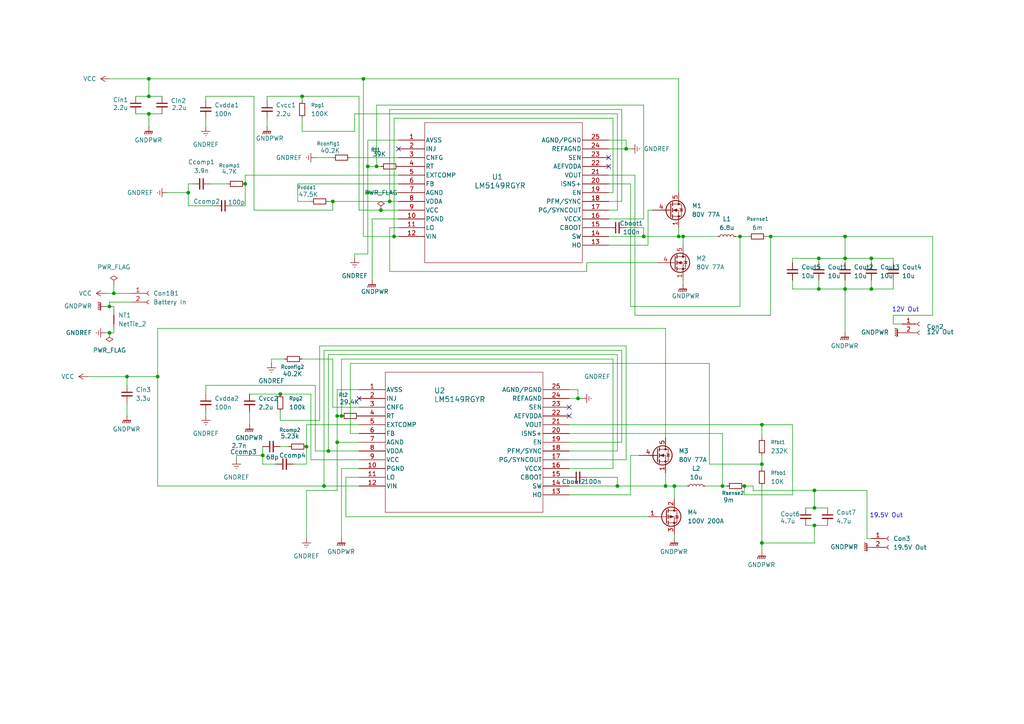
<source format=kicad_sch>
(kicad_sch (version 20250114) (generator "eeschema") (generator_version "9.0")
  (paper "A4")
  (lib_symbols
    (symbol "Connector:Conn_01x02_Socket" (pin_names (offset 1.016) (hide yes))
      (property "Reference" "J" (at 0 2.54 0))
      (property "Value" "Conn_01x02_Socket" (at 0 -5.08 0))
      (symbol "Conn_01x02_Socket_1_1"
        (polyline (pts (xy -1.27 0) (xy -0.508 0)) (stroke (width 0.1524)))
        (polyline (pts (xy -1.27 -2.54) (xy -0.508 -2.54)) (stroke (width 0.1524)))
        (arc (start 0 -0.508) (mid -0.5058 0) (end 0 0.508) (stroke (width 0.1524)))
        (arc (start 0 -3.048) (mid -0.5058 -2.54) (end 0 -2.032) (stroke (width 0.1524)))
        (pin passive line (at -5.08 0 0) (length 3.81) (name "Pin_1") (number "1"))
        (pin passive line (at -5.08 -2.54 0) (length 3.81) (name "Pin_2") (number "2"))
      )
    )
    (symbol "Device:C_Small" (pin_numbers (hide yes)) (pin_names (offset 0.254) (hide yes))
      (property "Reference" "C" (at 0.254 1.778 0))
      (property "Value" "C_Small" (at 0.254 -2.032 0))
      (symbol "C_Small_0_1"
        (polyline (pts (xy -1.524 0.508) (xy 1.524 0.508)) (stroke (width 0.3048)))
        (polyline (pts (xy -1.524 -0.508) (xy 1.524 -0.508)) (stroke (width 0.3302)))
      )
      (symbol "C_Small_1_1"
        (pin passive line (at 0 2.54 270) (length 2.032) (name "~") (number "1"))
        (pin passive line (at 0 -2.54 90) (length 2.032) (name "~") (number "2"))
      )
    )
    (symbol "Device:L_Small" (pin_numbers (hide yes)) (pin_names (offset 0.254) (hide yes))
      (property "Reference" "L" (at 0.762 1.016 0))
      (property "Value" "L_Small" (at 0.762 -1.016 0))
      (symbol "L_Small_0_1"
        (arc (start 0 2.032) (mid 0.5058 1.524) (end 0 1.016))
        (arc (start 0 1.016) (mid 0.5058 0.508) (end 0 0))
        (arc (start 0 0) (mid 0.5058 -0.508) (end 0 -1.016))
        (arc (start 0 -1.016) (mid 0.5058 -1.524) (end 0 -2.032))
      )
      (symbol "L_Small_1_1"
        (pin passive line (at 0 2.54 270) (length 0.508) (name "~") (number "1"))
        (pin passive line (at 0 -2.54 90) (length 0.508) (name "~") (number "2"))
      )
    )
    (symbol "Device:NetTie_2" (pin_numbers (hide yes)) (pin_names (offset 0) (hide yes)) (in_bom no)
      (property "Reference" "NT" (at 0 1.27 0))
      (property "Value" "NetTie_2" (at 0 -1.27 0))
      (symbol "NetTie_2_0_1"
        (polyline (pts (xy -1.27 0) (xy 1.27 0)) (stroke (width 0.254)))
      )
      (symbol "NetTie_2_1_1"
        (pin passive line (at -2.54 0 0) (length 2.54) (name "1") (number "1"))
        (pin passive line (at 2.54 0 180) (length 2.54) (name "2") (number "2"))
      )
    )
    (symbol "Device:R_Small" (pin_numbers (hide yes)) (pin_names (offset 0.254) (hide yes))
      (property "Reference" "R" (at 0 0 90))
      (property "Value" "R_Small" (at 1.778 0 90))
      (symbol "R_Small_0_1"
        (rectangle (start -0.762 1.778) (end 0.762 -1.778) (stroke (width 0.2032)))
      )
      (symbol "R_Small_1_1"
        (pin passive line (at 0 2.54 270) (length 0.762) (name "~") (number "1"))
        (pin passive line (at 0 -2.54 90) (length 0.762) (name "~") (number "2"))
      )
    )
    (symbol "LM5149:LM5149RGYR" (pin_names (offset 0.254))
      (property "Reference" "U2" (at 23.368 -0.254 0))
      (property "Value" "LM5149RGYR" (at 29.21 -2.794 0))
      (symbol "LM5149RGYR_0_1"
        (polyline (pts (xy 7.62 5.08) (xy 7.62 -35.56)) (stroke (width 0.127)))
        (polyline (pts (xy 7.62 -35.56) (xy 53.34 -35.56)) (stroke (width 0.127)))
        (polyline (pts (xy 53.34 5.08) (xy 7.62 5.08)) (stroke (width 0.127)))
        (polyline (pts (xy 53.34 -35.56) (xy 53.34 5.08)) (stroke (width 0.127)))
        (pin power_in line (at 0 0 0) (length 7.62) (name "AVSS") (number "1"))
        (pin output line (at 0 -2.54 0) (length 7.62) (name "INJ") (number "2"))
        (pin unspecified line (at 0 -5.08 0) (length 7.62) (name "CNFG") (number "3"))
        (pin input line (at 0 -7.62 0) (length 7.62) (name "RT") (number "4"))
        (pin output line (at 0 -10.16 0) (length 7.62) (name "EXTCOMP") (number "5"))
        (pin input line (at 0 -12.7 0) (length 7.62) (name "FB") (number "6"))
        (pin power_in line (at 0 -15.24 0) (length 7.62) (name "AGND") (number "7"))
        (pin output line (at 0 -17.78 0) (length 7.62) (name "VDDA") (number "8"))
        (pin power_out line (at 0 -20.32 0) (length 7.62) (name "VCC") (number "9"))
        (pin power_out line (at 0 -22.86 0) (length 7.62) (name "PGND") (number "10"))
        (pin output line (at 0 -25.4 0) (length 7.62) (name "LO") (number "11"))
        (pin power_in line (at 0 -27.94 0) (length 7.62) (name "VIN") (number "12"))
        (pin power_in line (at 60.96 0 180) (length 7.62) (name "AGND/PGND") (number "25"))
        (pin power_in line (at 60.96 -2.54 180) (length 7.62) (name "REFAGND") (number "24"))
        (pin input line (at 60.96 -5.08 180) (length 7.62) (name "SEN") (number "23"))
        (pin power_in line (at 60.96 -7.62 180) (length 7.62) (name "AEFVDDA") (number "22"))
        (pin input line (at 60.96 -10.16 180) (length 7.62) (name "VOUT") (number "21"))
        (pin input line (at 60.96 -12.7 180) (length 7.62) (name "ISNS+") (number "20"))
        (pin input line (at 60.96 -15.24 180) (length 7.62) (name "EN") (number "19"))
        (pin input line (at 60.96 -17.78 180) (length 7.62) (name "PFM/SYNC") (number "18"))
        (pin open_collector line (at 60.96 -20.32 180) (length 7.62) (name "PG/SYNCOUT") (number "17"))
        (pin power_in line (at 60.96 -22.86 180) (length 7.62) (name "VCCX") (number "16"))
        (pin passive line (at 60.96 -25.4 180) (length 7.62) (name "CBOOT") (number "15"))
        (pin power_out line (at 60.96 -27.94 180) (length 7.62) (name "SW") (number "14"))
        (pin output line (at 60.96 -30.48 180) (length 7.62) (name "HO") (number "13"))
      )
    )
    (symbol "LM5149RGYR_1" (pin_names (offset 0.254))
      (property "Reference" "U1" (at 28.702 -10.668 0))
      (property "Value" "LM5149RGYR" (at 29.464 -13.208 0))
      (symbol "LM5149RGYR_1_0_1"
        (polyline (pts (xy 7.62 5.08) (xy 7.62 -35.56)) (stroke (width 0.127)))
        (polyline (pts (xy 7.62 -35.56) (xy 53.34 -35.56)) (stroke (width 0.127)))
        (polyline (pts (xy 53.34 5.08) (xy 7.62 5.08)) (stroke (width 0.127)))
        (polyline (pts (xy 53.34 -35.56) (xy 53.34 5.08)) (stroke (width 0.127)))
        (pin power_in line (at 0 0 0) (length 7.62) (name "AVSS") (number "1"))
        (pin output line (at 0 -2.54 0) (length 7.62) (name "INJ") (number "2"))
        (pin unspecified line (at 0 -5.08 0) (length 7.62) (name "CNFG") (number "3"))
        (pin input line (at 0 -7.62 0) (length 7.62) (name "RT") (number "4"))
        (pin output line (at 0 -10.16 0) (length 7.62) (name "EXTCOMP") (number "5"))
        (pin input line (at 0 -12.7 0) (length 7.62) (name "FB") (number "6"))
        (pin power_in line (at 0 -15.24 0) (length 7.62) (name "AGND") (number "7"))
        (pin power_out line (at 0 -17.78 0) (length 7.62) (name "VDDA") (number "8"))
        (pin power_in line (at 0 -20.32 0) (length 7.62) (name "VCC") (number "9"))
        (pin power_in line (at 0 -22.86 0) (length 7.62) (name "PGND") (number "10"))
        (pin output line (at 0 -25.4 0) (length 7.62) (name "LO") (number "11"))
        (pin power_in line (at 0 -27.94 0) (length 7.62) (name "VIN") (number "12"))
        (pin power_in line (at 60.96 0 180) (length 7.62) (name "AGND/PGND") (number "25"))
        (pin power_in line (at 60.96 -2.54 180) (length 7.62) (name "REFAGND") (number "24"))
        (pin input line (at 60.96 -5.08 180) (length 7.62) (name "SEN") (number "23"))
        (pin power_in line (at 60.96 -7.62 180) (length 7.62) (name "AEFVDDA") (number "22"))
        (pin input line (at 60.96 -10.16 180) (length 7.62) (name "VOUT") (number "21"))
        (pin input line (at 60.96 -12.7 180) (length 7.62) (name "ISNS+") (number "20"))
        (pin input line (at 60.96 -15.24 180) (length 7.62) (name "EN") (number "19"))
        (pin input line (at 60.96 -17.78 180) (length 7.62) (name "PFM/SYNC") (number "18"))
        (pin open_collector line (at 60.96 -20.32 180) (length 7.62) (name "PG/SYNCOUT") (number "17"))
        (pin power_in line (at 60.96 -22.86 180) (length 7.62) (name "VCCX") (number "16"))
        (pin passive line (at 60.96 -25.4 180) (length 7.62) (name "CBOOT") (number "15"))
        (pin output line (at 60.96 -27.94 180) (length 7.62) (name "SW") (number "14"))
        (pin output line (at 60.96 -30.48 180) (length 7.62) (name "HO") (number "13"))
      )
    )
    (symbol "Transistor_FET:BSC026N08NS5" (pin_names (offset 0) (hide yes))
      (property "Reference" "Q" (at 5.08 1.905 0))
      (property "Value" "BSC026N08NS5" (at 5.08 0 0))
      (symbol "BSC026N08NS5_0_1"
        (polyline (pts (xy 0.254 1.905) (xy 0.254 -1.905)) (stroke (width 0.254)))
        (polyline (pts (xy 0.254 0) (xy -2.54 0)))
        (polyline (pts (xy 0.762 2.286) (xy 0.762 1.27)) (stroke (width 0.254)))
        (polyline (pts (xy 0.762 0.508) (xy 0.762 -0.508)) (stroke (width 0.254)))
        (polyline (pts (xy 0.762 -1.27) (xy 0.762 -2.286)) (stroke (width 0.254)))
        (polyline (pts (xy 0.762 -1.778) (xy 3.302 -1.778) (xy 3.302 1.778) (xy 0.762 1.778)))
        (polyline (pts (xy 1.016 0) (xy 2.032 0.381) (xy 2.032 -0.381) (xy 1.016 0)) (fill (type outline)))
        (circle (center 1.651 0) (radius 2.794) (stroke (width 0.254)))
        (polyline (pts (xy 2.54 2.54) (xy 2.54 1.778)))
        (circle (center 2.54 1.778) (radius 0.254) (fill (type outline)))
        (circle (center 2.54 -1.778) (radius 0.254) (fill (type outline)))
        (polyline (pts (xy 2.54 -2.54) (xy 2.54 0) (xy 0.762 0)))
        (polyline (pts (xy 2.794 0.508) (xy 2.921 0.381) (xy 3.683 0.381) (xy 3.81 0.254)))
        (polyline (pts (xy 3.302 0.381) (xy 2.921 -0.254) (xy 3.683 -0.254) (xy 3.302 0.381)))
      )
      (symbol "BSC026N08NS5_1_1"
        (pin input line (at -5.08 0 0) (length 5.08) (name "G") (number "4"))
        (pin passive line (at 2.54 5.08 270) (length 2.54) (name "D") (number "5"))
        (pin passive line (at 2.54 -5.08 90) (length 2.54) (name "S") (number "1"))
        (pin passive line (at 2.54 -5.08 90) (length 2.54) (hide yes) (name "S") (number "2"))
        (pin passive line (at 2.54 -5.08 90) (length 2.54) (hide yes) (name "S") (number "3"))
      )
    )
    (symbol "Transistor_FET:BSC047N08NS3G" (pin_names (offset 0) (hide yes))
      (property "Reference" "Q" (at 5.08 1.905 0))
      (property "Value" "BSC047N08NS3G" (at 5.08 0 0))
      (symbol "BSC047N08NS3G_0_1"
        (polyline (pts (xy 0.254 1.905) (xy 0.254 -1.905)) (stroke (width 0.254)))
        (polyline (pts (xy 0.254 0) (xy -2.54 0)))
        (polyline (pts (xy 0.762 2.286) (xy 0.762 1.27)) (stroke (width 0.254)))
        (polyline (pts (xy 0.762 0.508) (xy 0.762 -0.508)) (stroke (width 0.254)))
        (polyline (pts (xy 0.762 -1.27) (xy 0.762 -2.286)) (stroke (width 0.254)))
        (polyline (pts (xy 0.762 -1.778) (xy 3.302 -1.778) (xy 3.302 1.778) (xy 0.762 1.778)))
        (polyline (pts (xy 1.016 0) (xy 2.032 0.381) (xy 2.032 -0.381) (xy 1.016 0)) (fill (type outline)))
        (circle (center 1.651 0) (radius 2.794) (stroke (width 0.254)))
        (polyline (pts (xy 2.54 2.54) (xy 2.54 1.778)))
        (circle (center 2.54 1.778) (radius 0.254) (fill (type outline)))
        (circle (center 2.54 -1.778) (radius 0.254) (fill (type outline)))
        (polyline (pts (xy 2.54 -2.54) (xy 2.54 0) (xy 0.762 0)))
        (polyline (pts (xy 2.794 0.508) (xy 2.921 0.381) (xy 3.683 0.381) (xy 3.81 0.254)))
        (polyline (pts (xy 3.302 0.381) (xy 2.921 -0.254) (xy 3.683 -0.254) (xy 3.302 0.381)))
      )
      (symbol "BSC047N08NS3G_1_1"
        (pin input line (at -5.08 0 0) (length 5.08) (name "G") (number "4"))
        (pin passive line (at 2.54 5.08 270) (length 2.54) (name "D") (number "5"))
        (pin passive line (at 2.54 -5.08 90) (length 2.54) (name "S") (number "1"))
        (pin passive line (at 2.54 -5.08 90) (length 2.54) (hide yes) (name "S") (number "2"))
        (pin passive line (at 2.54 -5.08 90) (length 2.54) (hide yes) (name "S") (number "3"))
      )
    )
    (symbol "Transistor_FET:SUD09P10-195" (pin_names (hide yes))
      (property "Reference" "Q" (at 4.953 1.905 0))
      (property "Value" "SUD09P10-195" (at 4.953 0 0))
      (symbol "SUD09P10-195_0_1"
        (polyline (pts (xy 0.254 1.905) (xy 0.254 -1.905)) (stroke (width 0.254)))
        (polyline (pts (xy 0.254 0) (xy -2.54 0)))
        (polyline (pts (xy 0.762 2.286) (xy 0.762 1.27)) (stroke (width 0.254)))
        (polyline (pts (xy 0.762 1.778) (xy 3.302 1.778) (xy 3.302 -1.778) (xy 0.762 -1.778)))
        (polyline (pts (xy 0.762 0.508) (xy 0.762 -0.508)) (stroke (width 0.254)))
        (polyline (pts (xy 0.762 -1.27) (xy 0.762 -2.286)) (stroke (width 0.254)))
        (circle (center 1.651 0) (radius 2.794) (stroke (width 0.254)))
        (polyline (pts (xy 2.286 0) (xy 1.27 0.381) (xy 1.27 -0.381) (xy 2.286 0)) (fill (type outline)))
        (polyline (pts (xy 2.54 2.54) (xy 2.54 1.778)))
        (circle (center 2.54 1.778) (radius 0.254) (fill (type outline)))
        (circle (center 2.54 -1.778) (radius 0.254) (fill (type outline)))
        (polyline (pts (xy 2.54 -2.54) (xy 2.54 0) (xy 0.762 0)))
        (polyline (pts (xy 2.794 -0.508) (xy 2.921 -0.381) (xy 3.683 -0.381) (xy 3.81 -0.254)))
        (polyline (pts (xy 3.302 -0.381) (xy 2.921 0.254) (xy 3.683 0.254) (xy 3.302 -0.381)))
      )
      (symbol "SUD09P10-195_1_1"
        (pin input line (at -5.08 0 0) (length 2.54) (name "G") (number "1"))
        (pin passive line (at 2.54 5.08 270) (length 2.54) (name "D") (number "2"))
        (pin passive line (at 2.54 -5.08 90) (length 2.54) (name "S") (number "3"))
      )
    )
    (symbol "power:GNDPWR" (power) (pin_numbers (hide yes)) (pin_names (offset 0) (hide yes))
      (property "Value" "GNDPWR" (at 0 -3.302 0))
      (symbol "GNDPWR_0_1"
        (polyline (pts (xy -1.016 -1.27) (xy -1.27 -2.032) (xy -1.27 -2.032)) (stroke (width 0.2032)))
        (polyline (pts (xy -0.508 -1.27) (xy -0.762 -2.032) (xy -0.762 -2.032)) (stroke (width 0.2032)))
        (polyline (pts (xy 0 -1.27) (xy 0 0)))
        (polyline (pts (xy 0 -1.27) (xy -0.254 -2.032) (xy -0.254 -2.032)) (stroke (width 0.2032)))
        (polyline (pts (xy 0.508 -1.27) (xy 0.254 -2.032) (xy 0.254 -2.032)) (stroke (width 0.2032)))
        (polyline (pts (xy 1.016 -1.27) (xy -1.016 -1.27) (xy -1.016 -1.27)) (stroke (width 0.2032)))
        (polyline (pts (xy 1.016 -1.27) (xy 0.762 -2.032) (xy 0.762 -2.032) (xy 0.762 -2.032)) (stroke (width 0.2032)))
      )
      (symbol "GNDPWR_1_1"
        (pin power_in line (at 0 0 270) (length 0) (name "~") (number "1"))
      )
    )
    (symbol "power:GNDREF" (power) (pin_numbers (hide yes)) (pin_names (offset 0) (hide yes))
      (property "Value" "GNDREF" (at 0 -3.81 0))
      (symbol "GNDREF_0_1"
        (polyline (pts (xy -0.635 -1.905) (xy 0.635 -1.905)))
        (polyline (pts (xy -0.127 -2.54) (xy 0.127 -2.54)))
        (polyline (pts (xy 0 -1.27) (xy 0 0)))
        (polyline (pts (xy 1.27 -1.27) (xy -1.27 -1.27)))
      )
      (symbol "GNDREF_1_1"
        (pin power_in line (at 0 0 270) (length 0) (name "~") (number "1"))
      )
    )
    (symbol "power:PWR_FLAG" (power) (pin_numbers (hide yes)) (pin_names (offset 0) (hide yes))
      (property "Value" "PWR_FLAG" (at 0 3.81 0))
      (symbol "PWR_FLAG_0_0"
        (pin power_out line (at 0 0 90) (length 0) (name "~") (number "1"))
      )
      (symbol "PWR_FLAG_0_1"
        (polyline (pts (xy 0 0) (xy 0 1.27) (xy -1.016 1.905) (xy 0 2.54) (xy 1.016 1.905) (xy 0 1.27)))
      )
    )
    (symbol "power:VCC" (power) (pin_numbers (hide yes)) (pin_names (offset 0) (hide yes))
      (property "Value" "VCC" (at 0 3.556 0))
      (symbol "VCC_0_1"
        (polyline (pts (xy -0.762 1.27) (xy 0 2.54)))
        (polyline (pts (xy 0 2.54) (xy 0.762 1.27)))
        (polyline (pts (xy 0 0) (xy 0 2.54)))
      )
      (symbol "VCC_1_1"
        (pin power_in line (at 0 0 90) (length 0) (name "~") (number "1"))
      )
    )
  )
  (text "19.5V Out\n" (at 257.048 149.606 0) (effects (font (size 1.27 1.27))))
  (text "12V Out\n" (at 262.636 89.916 0) (effects (font (size 1.27 1.27))))
  (junction (at 96.52 58.42))
  (junction (at 114.3 68.58))
  (junction (at 252.73 74.93))
  (junction (at 215.9 140.97))
  (junction (at 193.04 140.97))
  (junction (at 76.2 132.08))
  (junction (at 43.18 33.02))
  (junction (at 223.52 68.58))
  (junction (at 109.22 48.26))
  (junction (at 214.63 68.58))
  (junction (at 195.58 140.97))
  (junction (at 31.75 96.52))
  (junction (at 97.79 128.27))
  (junction (at 167.64 115.57))
  (junction (at 236.22 142.24))
  (junction (at 237.49 74.93))
  (junction (at 245.11 68.58))
  (junction (at 43.18 27.94))
  (junction (at 43.18 22.86))
  (junction (at 71.12 53.34))
  (junction (at 237.49 83.82))
  (junction (at 179.07 140.97))
  (junction (at 33.02 85.09))
  (junction (at 31.75 88.9))
  (junction (at 186.69 68.58))
  (junction (at 97.79 120.65))
  (junction (at 220.98 157.48))
  (junction (at 99.06 120.65))
  (junction (at 106.68 55.88))
  (junction (at 36.83 109.22))
  (junction (at 81.28 114.3))
  (junction (at 181.61 43.18))
  (junction (at 54.61 55.88))
  (junction (at 106.68 48.26))
  (junction (at 209.55 140.97))
  (junction (at 236.22 147.32))
  (junction (at 95.25 130.81))
  (junction (at 110.49 60.96))
  (junction (at 196.85 68.58))
  (junction (at 220.98 134.62))
  (junction (at 105.41 22.86))
  (junction (at 245.11 83.82))
  (junction (at 87.63 27.94))
  (junction (at 93.98 140.97))
  (junction (at 252.73 83.82))
  (junction (at 245.11 74.93))
  (junction (at 220.98 123.19))
  (junction (at 113.03 58.42))
  (junction (at 88.9 129.54))
  (junction (at 198.12 68.58))
  (junction (at 236.22 152.4))
  (junction (at 45.72 109.22))
  (no_connect (at 176.53 45.72))
  (no_connect (at 115.57 43.18))
  (no_connect (at 104.14 115.57))
  (no_connect (at 176.53 48.26))
  (no_connect (at 165.1 118.11))
  (no_connect (at 165.1 120.65))
  (wire (pts (xy 237.49 83.82) (xy 245.11 83.82)))
  (wire (pts (xy 187.96 71.12) (xy 187.96 60.96)))
  (wire (pts (xy 165.1 128.27) (xy 180.34 128.27)))
  (wire (pts (xy 165.1 135.89) (xy 177.8 135.89)))
  (wire (pts (xy 105.41 22.86) (xy 105.41 68.58)))
  (wire (pts (xy 213.36 68.58) (xy 214.63 68.58)))
  (wire (pts (xy 104.14 60.96) (xy 110.49 60.96)))
  (wire (pts (xy 90.17 58.42) (xy 86.36 58.42)))
  (wire (pts (xy 68.58 132.08) (xy 68.58 133.35)))
  (wire (pts (xy 176.53 60.96) (xy 179.07 60.96)))
  (wire (pts (xy 176.53 53.34) (xy 182.88 53.34)))
  (wire (pts (xy 220.98 123.19) (xy 229.87 123.19)))
  (wire (pts (xy 179.07 60.96) (xy 179.07 33.02)))
  (wire (pts (xy 245.11 68.58) (xy 245.11 74.93)))
  (wire (pts (xy 104.14 113.03) (xy 97.79 113.03)))
  (wire (pts (xy 71.12 50.8) (xy 71.12 53.34)))
  (wire (pts (xy 72.39 119.38) (xy 72.39 123.19)))
  (wire (pts (xy 236.22 152.4) (xy 240.03 152.4)))
  (wire (pts (xy 91.44 111.76) (xy 91.44 130.81)))
  (wire (pts (xy 87.63 27.94) (xy 104.14 27.94)))
  (wire (pts (xy 205.74 105.41) (xy 205.74 134.62)))
  (wire (pts (xy 252.73 74.93) (xy 252.73 76.2)))
  (wire (pts (xy 55.88 53.34) (xy 54.61 53.34)))
  (wire (pts (xy 95.25 130.81) (xy 104.14 130.81)))
  (wire (pts (xy 76.2 132.08) (xy 68.58 132.08)))
  (wire (pts (xy 59.69 111.76) (xy 91.44 111.76)))
  (wire (pts (xy 96.52 58.42) (xy 96.52 60.96)))
  (wire (pts (xy 204.47 140.97) (xy 209.55 140.97)))
  (wire (pts (xy 76.2 129.54) (xy 76.2 132.08)))
  (wire (pts (xy 96.52 118.11) (xy 96.52 104.14)))
  (wire (pts (xy 182.88 88.9) (xy 214.63 88.9)))
  (wire (pts (xy 36.83 109.22) (xy 36.83 111.76)))
  (wire (pts (xy 71.12 59.69) (xy 67.31 59.69)))
  (wire (pts (xy 104.14 125.73) (xy 101.6 125.73)))
  (wire (pts (xy 104.14 123.19) (xy 88.9 123.19)))
  (wire (pts (xy 245.11 83.82) (xy 245.11 96.52)))
  (wire (pts (xy 87.63 104.14) (xy 96.52 104.14)))
  (wire (pts (xy 245.11 83.82) (xy 252.73 83.82)))
  (wire (pts (xy 113.03 58.42) (xy 113.03 31.75)))
  (wire (pts (xy 104.14 118.11) (xy 96.52 118.11)))
  (wire (pts (xy 106.68 55.88) (xy 115.57 55.88)))
  (wire (pts (xy 259.08 83.82) (xy 259.08 81.28)))
  (wire (pts (xy 223.52 91.44) (xy 223.52 68.58)))
  (wire (pts (xy 195.58 140.97) (xy 195.58 144.78)))
  (wire (pts (xy 87.63 38.1) (xy 87.63 34.29)))
  (wire (pts (xy 31.75 88.9) (xy 31.75 87.63)))
  (wire (pts (xy 176.53 63.5) (xy 186.69 63.5)))
  (wire (pts (xy 86.36 53.34) (xy 115.57 53.34)))
  (wire (pts (xy 72.39 114.3) (xy 81.28 114.3)))
  (wire (pts (xy 88.9 129.54) (xy 88.9 134.62)))
  (wire (pts (xy 176.53 50.8) (xy 184.15 50.8)))
  (wire (pts (xy 196.85 22.86) (xy 196.85 55.88)))
  (wire (pts (xy 97.79 128.27) (xy 97.79 142.24)))
  (wire (pts (xy 82.55 104.14) (xy 78.74 104.14)))
  (wire (pts (xy 113.03 66.04) (xy 113.03 78.74)))
  (wire (pts (xy 180.34 58.42) (xy 176.53 58.42)))
  (wire (pts (xy 259.08 74.93) (xy 259.08 76.2)))
  (wire (pts (xy 90.17 114.3) (xy 90.17 133.35)))
  (wire (pts (xy 81.28 114.3) (xy 90.17 114.3)))
  (wire (pts (xy 184.15 50.8) (xy 184.15 91.44)))
  (wire (pts (xy 220.98 157.48) (xy 220.98 140.97)))
  (wire (pts (xy 237.49 74.93) (xy 237.49 76.2)))
  (wire (pts (xy 59.69 119.38) (xy 59.69 120.65)))
  (wire (pts (xy 30.48 85.09) (xy 33.02 85.09)))
  (wire (pts (xy 33.02 96.52) (xy 31.75 96.52)))
  (wire (pts (xy 198.12 81.28) (xy 198.12 82.55)))
  (wire (pts (xy 78.74 104.14) (xy 78.74 105.41)))
  (wire (pts (xy 71.12 53.34) (xy 71.12 59.69)))
  (wire (pts (xy 193.04 137.16) (xy 193.04 140.97)))
  (wire (pts (xy 105.41 22.86) (xy 196.85 22.86)))
  (wire (pts (xy 104.14 135.89) (xy 99.06 135.89)))
  (wire (pts (xy 33.02 95.25) (xy 33.02 96.52)))
  (wire (pts (xy 43.18 33.02) (xy 43.18 36.83)))
  (wire (pts (xy 99.06 104.14) (xy 99.06 120.65)))
  (wire (pts (xy 229.87 143.51) (xy 215.9 143.51)))
  (wire (pts (xy 252.73 156.21) (xy 251.46 156.21)))
  (wire (pts (xy 31.75 22.86) (xy 43.18 22.86)))
  (wire (pts (xy 205.74 134.62) (xy 220.98 134.62)))
  (wire (pts (xy 229.87 76.2) (xy 229.87 74.93)))
  (wire (pts (xy 45.72 95.25) (xy 193.04 95.25)))
  (wire (pts (xy 251.46 142.24) (xy 251.46 156.21)))
  (wire (pts (xy 193.04 95.25) (xy 193.04 127)))
  (wire (pts (xy 218.44 140.97) (xy 218.44 142.24)))
  (wire (pts (xy 31.75 87.63) (xy 38.1 87.63)))
  (wire (pts (xy 236.22 142.24) (xy 251.46 142.24)))
  (wire (pts (xy 195.58 154.94) (xy 195.58 156.21)))
  (wire (pts (xy 97.79 120.65) (xy 97.79 128.27)))
  (wire (pts (xy 102.87 38.1) (xy 87.63 38.1)))
  (wire (pts (xy 186.69 63.5) (xy 186.69 30.48)))
  (wire (pts (xy 233.68 147.32) (xy 236.22 147.32)))
  (wire (pts (xy 220.98 123.19) (xy 220.98 127)))
  (wire (pts (xy 115.57 40.64) (xy 106.68 40.64)))
  (wire (pts (xy 114.3 68.58) (xy 115.57 68.58)))
  (wire (pts (xy 110.49 60.96) (xy 115.57 60.96)))
  (wire (pts (xy 214.63 68.58) (xy 217.17 68.58)))
  (wire (pts (xy 106.68 40.64) (xy 106.68 48.26)))
  (wire (pts (xy 102.87 33.02) (xy 102.87 38.1)))
  (wire (pts (xy 177.8 34.29) (xy 177.8 55.88)))
  (wire (pts (xy 214.63 88.9) (xy 214.63 68.58)))
  (wire (pts (xy 165.1 140.97) (xy 179.07 140.97)))
  (wire (pts (xy 181.61 133.35) (xy 165.1 133.35)))
  (wire (pts (xy 222.25 68.58) (xy 223.52 68.58)))
  (wire (pts (xy 193.04 140.97) (xy 195.58 140.97)))
  (wire (pts (xy 215.9 140.97) (xy 215.9 143.51)))
  (wire (pts (xy 106.68 55.88) (xy 106.68 73.66)))
  (wire (pts (xy 104.14 140.97) (xy 93.98 140.97)))
  (wire (pts (xy 179.07 140.97) (xy 193.04 140.97)))
  (wire (pts (xy 245.11 81.28) (xy 245.11 83.82)))
  (wire (pts (xy 109.22 48.26) (xy 110.49 48.26)))
  (wire (pts (xy 186.69 68.58) (xy 196.85 68.58)))
  (wire (pts (xy 198.12 68.58) (xy 208.28 68.58)))
  (wire (pts (xy 59.69 114.3) (xy 59.69 111.76)))
  (wire (pts (xy 113.03 78.74) (xy 170.18 78.74)))
  (wire (pts (xy 39.37 27.94) (xy 43.18 27.94)))
  (wire (pts (xy 97.79 128.27) (xy 104.14 128.27)))
  (wire (pts (xy 33.02 85.09) (xy 38.1 85.09)))
  (wire (pts (xy 209.55 140.97) (xy 210.82 140.97)))
  (wire (pts (xy 77.47 29.21) (xy 77.47 27.94)))
  (wire (pts (xy 95.25 130.81) (xy 95.25 102.87)))
  (wire (pts (xy 180.34 31.75) (xy 180.34 58.42)))
  (wire (pts (xy 176.53 40.64) (xy 181.61 40.64)))
  (wire (pts (xy 229.87 81.28) (xy 229.87 83.82)))
  (wire (pts (xy 245.11 74.93) (xy 252.73 74.93)))
  (wire (pts (xy 259.08 93.98) (xy 259.08 91.44)))
  (wire (pts (xy 81.28 121.92) (xy 92.71 121.92)))
  (wire (pts (xy 43.18 22.86) (xy 43.18 27.94)))
  (wire (pts (xy 25.4 109.22) (xy 36.83 109.22)))
  (wire (pts (xy 60.96 53.34) (xy 66.04 53.34)))
  (wire (pts (xy 77.47 27.94) (xy 87.63 27.94)))
  (wire (pts (xy 186.69 66.04) (xy 186.69 68.58)))
  (wire (pts (xy 97.79 113.03) (xy 97.79 120.65)))
  (wire (pts (xy 180.34 128.27) (xy 180.34 101.6)))
  (wire (pts (xy 31.75 88.9) (xy 33.02 88.9)))
  (wire (pts (xy 252.73 74.93) (xy 259.08 74.93)))
  (wire (pts (xy 43.18 27.94) (xy 46.99 27.94)))
  (wire (pts (xy 54.61 55.88) (xy 54.61 59.69)))
  (wire (pts (xy 252.73 83.82) (xy 259.08 83.82)))
  (wire (pts (xy 170.18 138.43) (xy 179.07 138.43)))
  (wire (pts (xy 177.8 135.89) (xy 177.8 104.14)))
  (wire (pts (xy 71.12 50.8) (xy 115.57 50.8)))
  (wire (pts (xy 170.18 76.2) (xy 190.5 76.2)))
  (wire (pts (xy 229.87 123.19) (xy 229.87 143.51)))
  (wire (pts (xy 176.53 68.58) (xy 186.69 68.58)))
  (wire (pts (xy 165.1 143.51) (xy 182.88 143.51)))
  (wire (pts (xy 179.07 33.02) (xy 102.87 33.02)))
  (wire (pts (xy 43.18 33.02) (xy 46.99 33.02)))
  (wire (pts (xy 167.64 113.03) (xy 167.64 115.57)))
  (wire (pts (xy 165.1 115.57) (xy 167.64 115.57)))
  (wire (pts (xy 229.87 74.93) (xy 237.49 74.93)))
  (wire (pts (xy 237.49 74.93) (xy 245.11 74.93)))
  (wire (pts (xy 59.69 34.29) (xy 59.69 36.83)))
  (wire (pts (xy 106.68 73.66) (xy 102.87 73.66)))
  (wire (pts (xy 87.63 27.94) (xy 87.63 29.21)))
  (wire (pts (xy 105.41 68.58) (xy 114.3 68.58)))
  (wire (pts (xy 88.9 142.24) (xy 88.9 156.21)))
  (wire (pts (xy 115.57 66.04) (xy 113.03 66.04)))
  (wire (pts (xy 229.87 83.82) (xy 237.49 83.82)))
  (wire (pts (xy 99.06 104.14) (xy 177.8 104.14)))
  (wire (pts (xy 261.62 93.98) (xy 259.08 93.98)))
  (wire (pts (xy 184.15 91.44) (xy 223.52 91.44)))
  (wire (pts (xy 104.14 27.94) (xy 104.14 60.96)))
  (wire (pts (xy 236.22 147.32) (xy 240.03 147.32)))
  (wire (pts (xy 106.68 48.26) (xy 106.68 55.88)))
  (wire (pts (xy 106.68 48.26) (xy 109.22 48.26)))
  (wire (pts (xy 223.52 68.58) (xy 245.11 68.58)))
  (wire (pts (xy 220.98 157.48) (xy 236.22 157.48)))
  (wire (pts (xy 54.61 53.34) (xy 54.61 55.88)))
  (wire (pts (xy 176.53 71.12) (xy 187.96 71.12)))
  (wire (pts (xy 165.1 125.73) (xy 209.55 125.73)))
  (wire (pts (xy 220.98 134.62) (xy 220.98 135.89)))
  (wire (pts (xy 90.17 133.35) (xy 104.14 133.35)))
  (wire (pts (xy 92.71 100.33) (xy 181.61 100.33)))
  (wire (pts (xy 182.88 143.51) (xy 182.88 132.08)))
  (wire (pts (xy 101.6 105.41) (xy 205.74 105.41)))
  (wire (pts (xy 73.66 27.94) (xy 59.69 27.94)))
  (wire (pts (xy 107.95 63.5) (xy 107.95 81.28)))
  (wire (pts (xy 91.44 130.81) (xy 95.25 130.81)))
  (wire (pts (xy 236.22 142.24) (xy 236.22 147.32)))
  (wire (pts (xy 76.2 132.08) (xy 76.2 134.62)))
  (wire (pts (xy 93.98 101.6) (xy 93.98 140.97)))
  (wire (pts (xy 100.33 138.43) (xy 100.33 149.86)))
  (wire (pts (xy 45.72 109.22) (xy 45.72 95.25)))
  (wire (pts (xy 114.3 68.58) (xy 114.3 34.29)))
  (wire (pts (xy 179.07 138.43) (xy 179.07 140.97)))
  (wire (pts (xy 170.18 78.74) (xy 170.18 76.2)))
  (wire (pts (xy 109.22 30.48) (xy 109.22 48.26)))
  (wire (pts (xy 96.52 58.42) (xy 113.03 58.42)))
  (wire (pts (xy 198.12 68.58) (xy 198.12 71.12)))
  (wire (pts (xy 218.44 142.24) (xy 236.22 142.24)))
  (wire (pts (xy 39.37 33.02) (xy 43.18 33.02)))
  (wire (pts (xy 179.07 102.87) (xy 179.07 130.81)))
  (wire (pts (xy 187.96 60.96) (xy 189.23 60.96)))
  (wire (pts (xy 96.52 60.96) (xy 73.66 60.96)))
  (wire (pts (xy 270.51 91.44) (xy 270.51 68.58)))
  (wire (pts (xy 97.79 120.65) (xy 99.06 120.65)))
  (wire (pts (xy 196.85 66.04) (xy 196.85 68.58)))
  (wire (pts (xy 209.55 125.73) (xy 209.55 140.97)))
  (wire (pts (xy 236.22 157.48) (xy 236.22 152.4)))
  (wire (pts (xy 101.6 45.72) (xy 115.57 45.72)))
  (wire (pts (xy 73.66 60.96) (xy 73.66 27.94)))
  (wire (pts (xy 48.26 55.88) (xy 54.61 55.88)))
  (wire (pts (xy 181.61 40.64) (xy 181.61 43.18)))
  (wire (pts (xy 88.9 142.24) (xy 97.79 142.24)))
  (wire (pts (xy 101.6 125.73) (xy 101.6 105.41)))
  (wire (pts (xy 179.07 130.81) (xy 165.1 130.81)))
  (wire (pts (xy 181.61 66.04) (xy 186.69 66.04)))
  (wire (pts (xy 81.28 129.54) (xy 83.82 129.54)))
  (wire (pts (xy 245.11 68.58) (xy 270.51 68.58)))
  (wire (pts (xy 233.68 152.4) (xy 236.22 152.4)))
  (wire (pts (xy 33.02 82.55) (xy 33.02 85.09)))
  (wire (pts (xy 245.11 74.93) (xy 245.11 76.2)))
  (wire (pts (xy 252.73 81.28) (xy 252.73 83.82)))
  (wire (pts (xy 76.2 134.62) (xy 80.01 134.62)))
  (wire (pts (xy 186.69 30.48) (xy 109.22 30.48)))
  (wire (pts (xy 88.9 123.19) (xy 88.9 129.54)))
  (wire (pts (xy 88.9 134.62) (xy 85.09 134.62)))
  (wire (pts (xy 182.88 132.08) (xy 185.42 132.08)))
  (wire (pts (xy 30.48 88.9) (xy 31.75 88.9)))
  (wire (pts (xy 81.28 119.38) (xy 81.28 121.92)))
  (wire (pts (xy 86.36 58.42) (xy 86.36 53.34)))
  (wire (pts (xy 177.8 55.88) (xy 176.53 55.88)))
  (wire (pts (xy 99.06 135.89) (xy 99.06 156.21)))
  (wire (pts (xy 259.08 91.44) (xy 270.51 91.44)))
  (wire (pts (xy 33.02 90.17) (xy 33.02 88.9)))
  (wire (pts (xy 181.61 100.33) (xy 181.61 133.35)))
  (wire (pts (xy 167.64 115.57) (xy 168.91 115.57)))
  (wire (pts (xy 113.03 31.75) (xy 180.34 31.75)))
  (wire (pts (xy 182.88 53.34) (xy 182.88 88.9)))
  (wire (pts (xy 43.18 22.86) (xy 105.41 22.86)))
  (wire (pts (xy 100.33 149.86) (xy 187.96 149.86)))
  (wire (pts (xy 165.1 123.19) (xy 220.98 123.19)))
  (wire (pts (xy 220.98 157.48) (xy 220.98 160.02)))
  (wire (pts (xy 215.9 140.97) (xy 218.44 140.97)))
  (wire (pts (xy 45.72 109.22) (xy 36.83 109.22)))
  (wire (pts (xy 31.75 96.52) (xy 30.48 96.52)))
  (wire (pts (xy 165.1 113.03) (xy 167.64 113.03)))
  (wire (pts (xy 180.34 101.6) (xy 93.98 101.6)))
  (wire (pts (xy 237.49 81.28) (xy 237.49 83.82)))
  (wire (pts (xy 54.61 59.69) (xy 62.23 59.69)))
  (wire (pts (xy 104.14 138.43) (xy 100.33 138.43)))
  (wire (pts (xy 95.25 58.42) (xy 96.52 58.42)))
  (wire (pts (xy 181.61 43.18) (xy 182.88 43.18)))
  (wire (pts (xy 59.69 27.94) (xy 59.69 29.21)))
  (wire (pts (xy 114.3 34.29) (xy 177.8 34.29)))
  (wire (pts (xy 115.57 63.5) (xy 107.95 63.5)))
  (wire (pts (xy 77.47 34.29) (xy 77.47 36.83)))
  (wire (pts (xy 176.53 43.18) (xy 181.61 43.18)))
  (wire (pts (xy 93.98 140.97) (xy 45.72 140.97)))
  (wire (pts (xy 45.72 140.97) (xy 45.72 109.22)))
  (wire (pts (xy 92.71 121.92) (xy 92.71 100.33)))
  (wire (pts (xy 36.83 116.84) (xy 36.83 120.65)))
  (wire (pts (xy 91.44 45.72) (xy 96.52 45.72)))
  (wire (pts (xy 220.98 132.08) (xy 220.98 134.62)))
  (wire (pts (xy 102.87 73.66) (xy 102.87 74.93)))
  (wire (pts (xy 195.58 140.97) (xy 199.39 140.97)))
  (wire (pts (xy 95.25 102.87) (xy 179.07 102.87)))
  (wire (pts (xy 113.03 58.42) (xy 115.57 58.42)))
  (wire (pts (xy 196.85 68.58) (xy 198.12 68.58)))
  (symbol (lib_id "Device:C_Small") (at 82.55 134.62 90) (unit 1)
    (property "Reference" "Ccomp4" (at 84.836 132.08 90))
    (property "Value" "68p" (at 78.994 132.588 90))
    (property "Footprint" "Capacitor_SMD:C_0805_2012Metric" (effects (hide yes)))
    (property "Description" "Unpolarized capacitor, small symbol" (effects (hide yes)))
  )
  (symbol (lib_id "Device:C_Small") (at 252.73 78.74 0) (unit 1)
    (property "Reference" "Cout3" (at 255.27 77.4762 0) (effects (justify left)))
    (property "Value" "10u" (at 255.27 80.0162 0) (effects (justify left)))
    (property "Footprint" "Capacitor_SMD:C_1206_3216Metric" (effects (hide yes)))
    (property "Description" "Unpolarized capacitor, small symbol" (effects (hide yes)))
  )
  (symbol (lib_id "power:GNDPWR") (at 195.58 156.21 0) (unit 1)
    (property "Reference" "#PWR021" (effects (hide yes)))
    (property "Value" "GNDPWR" (at 195.453 160.02 0))
    (property "Description" "Power symbol creates a global label with name \"GNDPWR\" , global ground" (effects (hide yes)))
  )
  (symbol (lib_id "Device:C_Small") (at 237.49 78.74 0) (unit 1)
    (property "Reference" "Cout1" (at 240.03 77.4762 0) (effects (justify left)))
    (property "Value" "10u" (at 240.03 80.0162 0) (effects (justify left)))
    (property "Footprint" "Capacitor_SMD:C_1206_3216Metric" (effects (hide yes)))
    (property "Description" "Unpolarized capacitor, small symbol" (effects (hide yes)))
  )
  (symbol (lib_id "power:GNDPWR") (at 198.12 82.55 0) (unit 1)
    (property "Reference" "#PWR010" (effects (hide yes)))
    (property "Value" "GNDPWR" (at 198.882 85.852 0))
    (property "Description" "Power symbol creates a global label with name \"GNDPWR\" , global ground" (effects (hide yes)))
  )
  (symbol (lib_id "power:GNDPWR") (at 30.48 88.9 270) (unit 1)
    (property "Reference" "#PWR029" (effects (hide yes)))
    (property "Value" "GNDPWR" (at 26.67 88.7729 90) (effects (justify right)))
    (property "Description" "Power symbol creates a global label with name \"GNDPWR\" , global ground" (effects (hide yes)))
  )
  (symbol (lib_id "Device:C_Small") (at 59.69 116.84 0) (unit 1)
    (property "Reference" "Cvdda2" (at 62.23 115.5762 0) (effects (justify left)))
    (property "Value" "100n" (at 62.23 118.1162 0) (effects (justify left)))
    (property "Footprint" "Capacitor_SMD:C_0402_1005Metric" (effects (hide yes)))
    (property "Description" "Unpolarized capacitor, small symbol" (effects (hide yes)))
  )
  (symbol (lib_id "power:GNDREF") (at 48.26 55.88 270) (unit 1)
    (property "Reference" "#PWR05" (effects (hide yes)))
    (property "Value" "GNDREF" (at 44.45 55.8799 90) (effects (justify right)))
    (property "Description" "Power symbol creates a global label with name \"GNDREF\" , reference supply ground" (effects (hide yes)))
  )
  (symbol (lib_id "power:GNDREF") (at 102.87 74.93 0) (unit 1)
    (property "Reference" "#PWR07" (effects (hide yes)))
    (property "Value" "GNDREF" (at 102.87 80.01 0))
    (property "Description" "Power symbol creates a global label with name \"GNDREF\" , reference supply ground" (effects (hide yes)))
  )
  (symbol (lib_id "Device:C_Small") (at 72.39 116.84 0) (unit 1)
    (property "Reference" "Cvcc2" (at 74.93 115.5762 0) (effects (justify left)))
    (property "Value" "2.2u" (at 74.93 118.1162 0) (effects (justify left)))
    (property "Footprint" "Capacitor_SMD:C_1210_3225Metric" (effects (hide yes)))
    (property "Description" "Unpolarized capacitor, small symbol" (effects (hide yes)))
  )
  (symbol (lib_id "power:GNDPWR") (at 72.39 123.19 0) (unit 1)
    (property "Reference" "#PWR016" (effects (hide yes)))
    (property "Value" "GNDPWR" (at 72.263 127 0))
    (property "Description" "Power symbol creates a global label with name \"GNDPWR\" , global ground" (effects (hide yes)))
  )
  (symbol (lib_id "power:GNDREF") (at 59.69 36.83 0) (unit 1)
    (property "Reference" "#PWR03" (effects (hide yes)))
    (property "Value" "GNDREF" (at 59.69 41.91 0))
    (property "Description" "Power symbol creates a global label with name \"GNDREF\" , reference supply ground" (effects (hide yes)))
  )
  (symbol (lib_id "Device:C_Small") (at 77.47 31.75 0) (unit 1)
    (property "Reference" "Cvcc1" (at 80.01 30.4862 0) (effects (justify left)))
    (property "Value" "2.2u" (at 80.01 33.0262 0) (effects (justify left)))
    (property "Footprint" "Capacitor_SMD:C_1210_3225Metric" (effects (hide yes)))
    (property "Description" "Unpolarized capacitor, small symbol" (effects (hide yes)))
  )
  (symbol (lib_id "Device:R_Small") (at 220.98 129.54 0) (unit 1)
    (property "Reference" "Rfbt1" (at 223.52 128.2699 0) (effects (font (size 1.016 1.016)) (justify left)))
    (property "Value" "232K" (at 223.52 130.8099 0) (effects (justify left)))
    (property "Footprint" "Resistor_SMD:R_0402_1005Metric" (effects (hide yes)))
    (property "Description" "Resistor, small symbol" (effects (hide yes)))
  )
  (symbol (lib_id "Device:C_Small") (at 245.11 78.74 0) (unit 1)
    (property "Reference" "Cout2" (at 247.65 77.4762 0) (effects (justify left)))
    (property "Value" "10u" (at 247.65 80.0162 0) (effects (justify left)))
    (property "Footprint" "Capacitor_SMD:C_1206_3216Metric" (effects (hide yes)))
    (property "Description" "Unpolarized capacitor, small symbol" (effects (hide yes)))
  )
  (symbol (lib_id "power:GNDPWR") (at 43.18 36.83 0) (unit 1)
    (property "Reference" "#PWR02" (effects (hide yes)))
    (property "Value" "GNDPWR" (at 43.053 40.64 0))
    (property "Description" "Power symbol creates a global label with name \"GNDPWR\" , global ground" (effects (hide yes)))
  )
  (symbol (lib_id "power:GNDREF") (at 30.48 96.52 270) (unit 1)
    (property "Reference" "#PWR031" (effects (hide yes)))
    (property "Value" "GNDREF" (at 26.67 96.5199 90) (effects (justify right)))
    (property "Description" "Power symbol creates a global label with name \"GNDREF\" , reference supply ground" (effects (hide yes)))
  )
  (symbol (lib_id "Device:R_Small") (at 81.28 116.84 0) (unit 1)
    (property "Reference" "Rpg2" (at 83.82 115.5699 0) (effects (font (size 1.016 1.016)) (justify left)))
    (property "Value" "100k" (at 83.82 118.1099 0) (effects (justify left)))
    (property "Footprint" "Resistor_SMD:R_0603_1608Metric" (effects (hide yes)))
    (property "Description" "Resistor, small symbol" (effects (hide yes)))
  )
  (symbol (lib_id "Device:C_Small") (at 233.68 149.86 0) (unit 1)
    (property "Reference" "Cout6" (at 226.314 149.098 0) (effects (justify left)))
    (property "Value" "4.7u" (at 226.314 151.13 0) (effects (justify left)))
    (property "Footprint" "Capacitor_SMD:C_1206_3216Metric" (effects (hide yes)))
    (property "Description" "Unpolarized capacitor, small symbol" (effects (hide yes)))
  )
  (symbol (lib_id "Device:NetTie_2") (at 33.02 92.71 90) (unit 1) (in_bom no)
    (property "Reference" "NT1" (at 34.29 91.4399 90) (effects (justify right)))
    (property "Value" "NetTie_2" (at 34.29 93.9799 90) (effects (justify right)))
    (property "Footprint" "NetTie:NetTie-2_SMD_Pad2.0mm" (effects (hide yes)))
    (property "Description" "Net tie, 2 pins" (effects (hide yes)))
  )
  (symbol (lib_id "Device:R_Small") (at 219.71 68.58 90) (unit 1)
    (property "Reference" "Rsense1" (at 219.71 63.5 90) (effects (font (size 1.016 1.016))))
    (property "Value" "6m" (at 219.71 66.04 90))
    (property "Footprint" "Resistor_SMD:R_1206_3216Metric" (effects (hide yes)))
    (property "Description" "Resistor, small symbol" (effects (hide yes)))
  )
  (symbol (lib_id "Device:C_Small") (at 259.08 78.74 0) (unit 1)
    (property "Reference" "Cout4" (at 261.62 77.4762 0) (effects (justify left)))
    (property "Value" "10u" (at 261.62 80.0162 0) (effects (justify left)))
    (property "Footprint" "Capacitor_SMD:C_1206_3216Metric" (effects (hide yes)))
    (property "Description" "Unpolarized capacitor, small symbol" (effects (hide yes)))
  )
  (symbol (lib_id "power:GNDPWR") (at 245.11 96.52 0) (unit 1)
    (property "Reference" "#PWR011" (effects (hide yes)))
    (property "Value" "GNDPWR" (at 244.983 100.33 0))
    (property "Description" "Power symbol creates a global label with name \"GNDPWR\" , global ground" (effects (hide yes)))
  )
  (symbol (lib_id "power:VCC") (at 25.4 109.22 90) (unit 1)
    (property "Reference" "#PWR012" (effects (hide yes)))
    (property "Value" "VCC" (at 21.59 109.2199 90) (effects (justify left)))
    (property "Description" "Power symbol creates a global label with name \"VCC\"" (effects (hide yes)))
  )
  (symbol (lib_id "Device:R_Small") (at 220.98 138.43 0) (unit 1)
    (property "Reference" "Rfbb1" (at 223.52 137.1599 0) (effects (font (size 1.016 1.016)) (justify left)))
    (property "Value" "10K" (at 223.52 139.6999 0) (effects (justify left)))
    (property "Footprint" "Resistor_SMD:R_0603_1608Metric" (effects (hide yes)))
    (property "Description" "Resistor, small symbol" (effects (hide yes)))
  )
  (symbol (lib_id "Device:R_Small") (at 213.36 140.97 90) (unit 1)
    (property "Reference" "Rsense2" (at 212.598 143.002 90) (effects (font (size 1.016 1.016))))
    (property "Value" "9m" (at 211.328 145.034 90))
    (property "Footprint" "Resistor_SMD:R_1206_3216Metric" (effects (hide yes)))
    (property "Description" "Resistor, small symbol" (effects (hide yes)))
  )
  (symbol (lib_id "Device:R_Small") (at 85.09 104.14 90) (unit 1)
    (property "Reference" "Rconfig2" (at 84.836 106.426 90) (effects (font (size 1.016 1.016))))
    (property "Value" "40.2K" (at 84.836 108.458 90))
    (property "Footprint" "Resistor_SMD:R_0603_1608Metric" (effects (hide yes)))
    (property "Description" "Resistor, small symbol" (effects (hide yes)))
  )
  (symbol (lib_id "power:GNDREF") (at 78.74 105.41 0) (unit 1)
    (property "Reference" "#PWR017" (effects (hide yes)))
    (property "Value" "GNDREF" (at 78.74 110.49 0))
    (property "Description" "Power symbol creates a global label with name \"GNDREF\" , reference supply ground" (effects (hide yes)))
  )
  (symbol (lib_id "Device:L_Small") (at 210.82 68.58 90) (unit 1)
    (property "Reference" "L1" (at 210.82 63.5 90))
    (property "Value" "6.8u" (at 210.82 66.04 90))
    (property "Footprint" "Inductor_SMD:L_Bourns_SRP1245A" (effects (hide yes)))
    (property "Description" "Inductor, small symbol" (effects (hide yes)))
  )
  (symbol (lib_id "Device:C_Small") (at 179.07 66.04 90) (unit 1)
    (property "Reference" "Cboot1" (at 183.134 64.77 90))
    (property "Value" "100n" (at 183.134 67.31 90))
    (property "Footprint" "Capacitor_SMD:C_0402_1005Metric" (effects (hide yes)))
    (property "Description" "Unpolarized capacitor, small symbol" (effects (hide yes)))
  )
  (symbol (lib_id "power:GNDREF") (at 168.91 115.57 90) (unit 1)
    (property "Reference" "#PWR020" (effects (hide yes)))
    (property "Value" "GNDREF" (at 169.418 109.22 90) (effects (justify right)))
    (property "Description" "Power symbol creates a global label with name \"GNDREF\" , reference supply ground" (effects (hide yes)))
  )
  (symbol (lib_id "power:VCC") (at 31.75 22.86 90) (unit 1)
    (property "Reference" "#PWR01" (effects (hide yes)))
    (property "Value" "VCC" (at 27.94 22.8599 90) (effects (justify left)))
    (property "Description" "Power symbol creates a global label with name \"VCC\"" (effects (hide yes)))
  )
  (symbol (lib_id "Device:C_Small") (at 58.42 53.34 270) (unit 1)
    (property "Reference" "Ccomp1" (at 58.4136 46.99 90))
    (property "Value" "3.9n" (at 58.4136 49.53 90))
    (property "Footprint" "Capacitor_SMD:C_0805_2012Metric" (effects (hide yes)))
    (property "Description" "Unpolarized capacitor, small symbol" (effects (hide yes)))
  )
  (symbol (lib_id "power:GNDREF") (at 68.58 133.35 0) (unit 1)
    (property "Reference" "#PWR015" (effects (hide yes)))
    (property "Value" "GNDREF" (at 68.58 138.43 0))
    (property "Description" "Power symbol creates a global label with name \"GNDREF\" , reference supply ground" (effects (hide yes)))
  )
  (symbol (lib_id "Device:C_Small") (at 59.69 31.75 0) (unit 1)
    (property "Reference" "Cvdda1" (at 62.23 30.4862 0) (effects (justify left)))
    (property "Value" "100n" (at 62.23 33.0262 0) (effects (justify left)))
    (property "Footprint" "Capacitor_SMD:C_0402_1005Metric" (effects (hide yes)))
    (property "Description" "Unpolarized capacitor, small symbol" (effects (hide yes)))
  )
  (symbol (lib_id "power:PWR_FLAG") (at 110.49 60.96 0) (unit 1)
    (property "Reference" "#FLG02" (effects (hide yes)))
    (property "Value" "PWR_FLAG" (at 110.49 55.88 0))
    (property "Description" "Special symbol for telling ERC where power comes from" (effects (hide yes)))
  )
  (symbol (lib_id "Device:R_Small") (at 68.58 53.34 90) (unit 1)
    (property "Reference" "Rcomp1" (at 66.548 48.006 90) (effects (font (size 1.016 1.016))))
    (property "Value" "4.7K" (at 66.548 49.784 90))
    (property "Footprint" "Resistor_SMD:R_0603_1608Metric" (effects (hide yes)))
    (property "Description" "Resistor, small symbol" (effects (hide yes)))
  )
  (symbol (lib_name "LM5149RGYR_1") (lib_id "LM5149:LM5149RGYR") (at 115.57 40.64 0) (unit 1)
    (property "Reference" "U1" (at 144.272 51.308 0) (effects (font (size 1.524 1.524))))
    (property "Value" "LM5149RGYR" (at 145.034 53.848 0) (effects (font (size 1.524 1.524))))
    (property "Footprint" "LM5149:VQFN24_RGY_TEX" (effects (hide yes)))
    (property "Datasheet" "https://www.ti.com/lit/gpn/lm5149" (effects (hide yes)))
  )
  (symbol (lib_id "power:VCC") (at 30.48 85.09 90) (unit 1)
    (property "Reference" "#PWR028" (effects (hide yes)))
    (property "Value" "VCC" (at 26.67 85.0899 90) (effects (justify left)))
    (property "Description" "Power symbol creates a global label with name \"VCC\"" (effects (hide yes)))
  )
  (symbol (lib_id "Device:L_Small") (at 201.93 140.97 90) (unit 1)
    (property "Reference" "L2" (at 201.93 135.89 90))
    (property "Value" "10u" (at 201.93 138.43 90))
    (property "Footprint" "Inductor_SMD:L_Coilcraft_MSS1210-XXX" (effects (hide yes)))
    (property "Description" "Inductor, small symbol" (effects (hide yes)))
  )
  (symbol (lib_id "power:GNDPWR") (at 36.83 120.65 0) (unit 1)
    (property "Reference" "#PWR013" (effects (hide yes)))
    (property "Value" "GNDPWR" (at 36.703 124.46 0))
    (property "Description" "Power symbol creates a global label with name \"GNDPWR\" , global ground" (effects (hide yes)))
  )
  (symbol (lib_id "Device:R_Small") (at 86.36 129.54 90) (unit 1)
    (property "Reference" "Rcomp2" (at 84.074 124.714 90) (effects (font (size 1.016 1.016))))
    (property "Value" "5.23k" (at 84.074 126.492 90))
    (property "Footprint" "Resistor_SMD:R_0603_1608Metric" (effects (hide yes)))
    (property "Description" "Resistor, small symbol" (effects (hide yes)))
  )
  (symbol (lib_id "power:GNDPWR") (at 77.47 36.83 0) (unit 1)
    (property "Reference" "#PWR04" (effects (hide yes)))
    (property "Value" "GNDPWR" (at 78.232 40.132 0))
    (property "Description" "Power symbol creates a global label with name \"GNDPWR\" , global ground" (effects (hide yes)))
  )
  (symbol (lib_id "Transistor_FET:BSC026N08NS5") (at 190.5 132.08 0) (unit 1)
    (property "Reference" "M3" (at 196.85 130.8099 0) (effects (justify left)))
    (property "Value" "80V 77A" (at 196.85 133.3499 0) (effects (justify left)))
    (property "Footprint" "Package_TO_SOT_SMD:TDSON-8-1" (effects (hide yes)))
    (property "Datasheet" "http://www.infineon.com/dgdl/Infineon-BSC026N08NS5-DS-v02_01-EN.pdf?fileId=5546d4624ad04ef9014ae2eace7629e0" (effects (hide yes)))
    (property "Description" "100A Id, 80V Vds, OptiMOS N-Channel Power MOSFET, 2.6mOhm Ron, Qg (typ) 74.0nC, PG-TDSON-8" (effects (hide yes)))
  )
  (symbol (lib_id "power:GNDPWR") (at 99.06 156.21 0) (unit 1)
    (property "Reference" "#PWR019" (effects (hide yes)))
    (property "Value" "GNDPWR" (at 98.933 160.02 0))
    (property "Description" "Power symbol creates a global label with name \"GNDPWR\" , global ground" (effects (hide yes)))
  )
  (symbol (lib_id "power:GNDPWR") (at 107.95 81.28 0) (unit 1)
    (property "Reference" "#PWR08" (effects (hide yes)))
    (property "Value" "GNDPWR" (at 108.712 84.582 0))
    (property "Description" "Power symbol creates a global label with name \"GNDPWR\" , global ground" (effects (hide yes)))
  )
  (symbol (lib_id "LM5149:LM5149RGYR") (at 104.14 113.03 0) (unit 1)
    (property "Reference" "U2" (at 127.508 113.284 0) (effects (font (size 1.524 1.524))))
    (property "Value" "LM5149RGYR" (at 133.35 115.824 0) (effects (font (size 1.524 1.524))))
    (property "Footprint" "LM5149:VQFN24_RGY_TEX" (effects (hide yes)))
    (property "Datasheet" "https://www.ti.com/lit/gpn/lm5149" (effects (hide yes)))
  )
  (symbol (lib_id "power:PWR_FLAG") (at 31.75 96.52 180) (unit 1)
    (property "Reference" "#FLG03" (effects (hide yes)))
    (property "Value" "PWR_FLAG" (at 31.75 101.6 0))
    (property "Description" "Special symbol for telling ERC where power comes from" (effects (hide yes)))
  )
  (symbol (lib_id "power:PWR_FLAG") (at 33.02 82.55 0) (unit 1)
    (property "Reference" "#FLG01" (effects (hide yes)))
    (property "Value" "PWR_FLAG" (at 33.02 77.47 0))
    (property "Description" "Special symbol for telling ERC where power comes from" (effects (hide yes)))
  )
  (symbol (lib_id "Device:C_Small") (at 78.74 129.54 90) (unit 1)
    (property "Reference" "Ccomp3" (at 70.612 131.064 90))
    (property "Value" "2.7n" (at 69.342 129.286 90))
    (property "Footprint" "Capacitor_SMD:C_0603_1608Metric" (effects (hide yes)))
    (property "Description" "Unpolarized capacitor, small symbol" (effects (hide yes)))
  )
  (symbol (lib_id "Device:R_Small") (at 87.63 31.75 0) (unit 1)
    (property "Reference" "Rpg1" (at 90.17 30.4799 0) (effects (font (size 1.016 1.016)) (justify left)))
    (property "Value" "100K" (at 90.17 33.0199 0) (effects (justify left)))
    (property "Footprint" "Resistor_SMD:R_0603_1608Metric" (effects (hide yes)))
    (property "Description" "Resistor, small symbol" (effects (hide yes)))
  )
  (symbol (lib_id "power:GNDREF") (at 59.69 120.65 0) (unit 1)
    (property "Reference" "#PWR014" (effects (hide yes)))
    (property "Value" "GNDREF" (at 59.69 125.73 0))
    (property "Description" "Power symbol creates a global label with name \"GNDREF\" , reference supply ground" (effects (hide yes)))
  )
  (symbol (lib_id "Connector:Conn_01x02_Socket") (at 257.81 156.21 0) (unit 1)
    (property "Reference" "Con3" (at 259.08 156.2099 0) (effects (justify left)))
    (property "Value" "19.5V Out" (at 259.08 158.7499 0) (effects (justify left)))
    (property "Footprint" "Connector_Wire:SolderWirePad_1x01_SMD_5x10mm" (effects (hide yes)))
    (property "Description" "Generic connector, single row, 01x02, script generated" (effects (hide yes)))
  )
  (symbol (lib_id "Device:R_Small") (at 99.06 45.72 90) (unit 1)
    (property "Reference" "Rconfig1" (at 95.25 41.656 90) (effects (font (size 1.016 1.016))))
    (property "Value" "40.2K" (at 95.758 43.688 90))
    (property "Footprint" "Resistor_SMD:R_0603_1608Metric" (effects (hide yes)))
    (property "Description" "Resistor, small symbol" (effects (hide yes)))
  )
  (symbol (lib_id "power:GNDPWR") (at 220.98 160.02 0) (unit 1)
    (property "Reference" "#PWR022" (effects (hide yes)))
    (property "Value" "GNDPWR" (at 220.853 163.83 0))
    (property "Description" "Power symbol creates a global label with name \"GNDPWR\" , global ground" (effects (hide yes)))
  )
  (symbol (lib_id "Connector:Conn_01x02_Socket") (at 43.18 85.09 0) (unit 1)
    (property "Reference" "Con1B1" (at 44.45 85.0899 0) (effects (justify left)))
    (property "Value" "Battery In" (at 44.45 87.6299 0) (effects (justify left)))
    (property "Footprint" "Connector_Wire:SolderWirePad_1x01_SMD_5x10mm" (effects (hide yes)))
    (property "Description" "Generic connector, single row, 01x02, script generated" (effects (hide yes)))
  )
  (symbol (lib_id "power:GNDREF") (at 91.44 45.72 270) (unit 1)
    (property "Reference" "#PWR06" (effects (hide yes)))
    (property "Value" "GNDREF" (at 87.63 45.7199 90) (effects (justify right)))
    (property "Description" "Power symbol creates a global label with name \"GNDREF\" , reference supply ground" (effects (hide yes)))
  )
  (symbol (lib_id "power:GNDREF") (at 88.9 156.21 0) (unit 1)
    (property "Reference" "#PWR018" (effects (hide yes)))
    (property "Value" "GNDREF" (at 88.9 161.29 0))
    (property "Description" "Power symbol creates a global label with name \"GNDREF\" , reference supply ground" (effects (hide yes)))
  )
  (symbol (lib_id "Device:C_Small") (at 229.87 78.74 0) (unit 1)
    (property "Reference" "Cout5" (at 232.41 77.4762 0) (effects (justify left)))
    (property "Value" "10u" (at 232.41 80.0162 0) (effects (justify left)))
    (property "Footprint" "Capacitor_SMD:C_1206_3216Metric" (effects (hide yes)))
    (property "Description" "Unpolarized capacitor, small symbol" (effects (hide yes)))
  )
  (symbol (lib_id "Device:C_Small") (at 39.37 30.48 0) (unit 1)
    (property "Reference" "Cin1" (at 32.766 28.956 0) (effects (justify left)))
    (property "Value" "2.2u" (at 32.766 31.242 0) (effects (justify left)))
    (property "Footprint" "Capacitor_SMD:C_1210_3225Metric" (effects (hide yes)))
    (property "Description" "Unpolarized capacitor, small symbol" (effects (hide yes)))
  )
  (symbol (lib_id "power:GNDPWR") (at 252.73 158.75 270) (unit 1)
    (property "Reference" "#PWR027" (effects (hide yes)))
    (property "Value" "GNDPWR" (at 248.92 158.6229 90) (effects (justify right)))
    (property "Description" "Power symbol creates a global label with name \"GNDPWR\" , global ground" (effects (hide yes)))
  )
  (symbol (lib_id "Device:R_Small") (at 113.03 48.26 90) (unit 1)
    (property "Reference" "Rt1" (at 108.966 43.434 90) (effects (font (size 1.016 1.016))))
    (property "Value" "39K" (at 109.982 44.704 90))
    (property "Footprint" "Resistor_SMD:R_0402_1005Metric" (effects (hide yes)))
    (property "Description" "Resistor, small symbol" (effects (hide yes)))
  )
  (symbol (lib_id "Device:R_Small") (at 101.6 120.65 90) (unit 1)
    (property "Reference" "Rt2" (at 99.568 114.554 90) (effects (font (size 1.016 1.016))))
    (property "Value" "29.4K" (at 101.346 116.586 90))
    (property "Footprint" "Resistor_SMD:R_0402_1005Metric" (effects (hide yes)))
    (property "Description" "Resistor, small symbol" (effects (hide yes)))
  )
  (symbol (lib_id "Device:C_Small") (at 240.03 149.86 0) (unit 1)
    (property "Reference" "Cout7" (at 242.57 148.5962 0) (effects (justify left)))
    (property "Value" "4.7u" (at 242.57 151.1362 0) (effects (justify left)))
    (property "Footprint" "Capacitor_SMD:C_1206_3216Metric" (effects (hide yes)))
    (property "Description" "Unpolarized capacitor, small symbol" (effects (hide yes)))
  )
  (symbol (lib_id "Transistor_FET:BSC047N08NS3G") (at 195.58 76.2 0) (unit 1)
    (property "Reference" "M2" (at 201.93 74.9299 0) (effects (justify left)))
    (property "Value" "80V 77A" (at 201.93 77.4699 0) (effects (justify left)))
    (property "Footprint" "Package_TO_SOT_SMD:TDSON-8-1" (effects (hide yes)))
    (property "Datasheet" "http://www.infineon.com/dgdl/Infineon-BSC047N08NS3G-DS-v02_07-en.pdf?fileId=db3a30431add1d95011ae7e8dacf5611" (effects (hide yes)))
    (property "Description" "100A Id, 80V Vds, OptiMOS N-Channel Power MOSFET, 4.7mOhm Ron, Qg (typ) 52.0nC, PG-TDSON-8" (effects (hide yes)))
  )
  (symbol (lib_id "Transistor_FET:BSC047N08NS3G") (at 194.31 60.96 0) (unit 1)
    (property "Reference" "M1" (at 200.66 59.6899 0) (effects (justify left)))
    (property "Value" "80V 77A" (at 200.66 62.2299 0) (effects (justify left)))
    (property "Footprint" "Package_TO_SOT_SMD:TDSON-8-1" (effects (hide yes)))
    (property "Datasheet" "http://www.infineon.com/dgdl/Infineon-BSC047N08NS3G-DS-v02_07-en.pdf?fileId=db3a30431add1d95011ae7e8dacf5611" (effects (hide yes)))
    (property "Description" "100A Id, 80V Vds, OptiMOS N-Channel Power MOSFET, 4.7mOhm Ron, Qg (typ) 52.0nC, PG-TDSON-8" (effects (hide yes)))
  )
  (symbol (lib_id "power:GNDREF") (at 182.88 43.18 90) (unit 1)
    (property "Reference" "#PWR09" (effects (hide yes)))
    (property "Value" "GNDREF" (at 186.69 43.1799 90) (effects (justify right)))
    (property "Description" "Power symbol creates a global label with name \"GNDREF\" , reference supply ground" (effects (hide yes)))
  )
  (symbol (lib_id "power:GNDPWR") (at 261.62 96.52 270) (unit 1)
    (property "Reference" "#PWR026" (effects (hide yes)))
    (property "Value" "GNDPWR" (at 257.81 96.3929 90) (effects (justify right)))
    (property "Description" "Power symbol creates a global label with name \"GNDPWR\" , global ground" (effects (hide yes)))
  )
  (symbol (lib_id "Transistor_FET:SUD09P10-195") (at 193.04 149.86 0) (unit 1)
    (property "Reference" "M4" (at 199.39 148.5899 0) (effects (justify left)))
    (property "Value" "100V 200A" (at 199.39 151.1299 0) (effects (justify left)))
    (property "Footprint" "Package_TO_SOT_SMD:TO-252-2" (effects (hide yes)))
    (property "Datasheet" "https://www.vishay.com/docs/65903/SUD09P10.pdf" (effects (hide yes)))
    (property "Description" "-8.8A Id, -100V Vds, TrenchFET P-Channel Power MOSFET, 195mOhm Ron, 34.8nC Qg, -55 to 150 °C, TO-252-2" (effects (hide yes)))
  )
  (symbol (lib_id "Device:C_Small") (at 167.64 138.43 90) (unit 1)
    (property "Reference" "Cboot2" (at 166.37 139.7 90))
    (property "Value" "100n" (at 171.958 139.7 90))
    (property "Footprint" "Capacitor_SMD:C_0402_1005Metric" (effects (hide yes)))
    (property "Description" "Unpolarized capacitor, small symbol" (effects (hide yes)))
  )
  (symbol (lib_id "Connector:Conn_01x02_Socket") (at 266.7 93.98 0) (unit 1)
    (property "Reference" "Con2" (at 268.732 94.742 0) (effects (justify left)))
    (property "Value" "12V Out" (at 268.732 96.266 0) (effects (justify left)))
    (property "Footprint" "Connector_Wire:SolderWirePad_1x01_SMD_5x10mm" (effects (hide yes)))
    (property "Description" "Generic connector, single row, 01x02, script generated" (effects (hide yes)))
  )
  (symbol (lib_id "Device:R_Small") (at 92.71 58.42 90) (unit 1)
    (property "Reference" "Rvdda1" (at 88.9 54.356 90) (effects (font (size 1.016 1.016))))
    (property "Value" "47.5K" (at 89.408 56.388 90))
    (property "Footprint" "Resistor_SMD:R_0402_1005Metric" (effects (hide yes)))
    (property "Description" "Resistor, small symbol" (effects (hide yes)))
  )
  (symbol (lib_id "Device:C_Small") (at 46.99 30.48 0) (unit 1)
    (property "Reference" "Cin2" (at 49.53 29.2162 0) (effects (justify left)))
    (property "Value" "2.2u" (at 49.784 31.242 0) (effects (justify left)))
    (property "Footprint" "Capacitor_SMD:C_1210_3225Metric" (effects (hide yes)))
    (property "Description" "Unpolarized capacitor, small symbol" (effects (hide yes)))
  )
  (symbol (lib_id "Device:C_Small") (at 36.83 114.3 0) (unit 1)
    (property "Reference" "Cin3" (at 39.37 113.0362 0) (effects (justify left)))
    (property "Value" "3.3u" (at 39.37 115.5762 0) (effects (justify left)))
    (property "Footprint" "Capacitor_SMD:C_1210_3225Metric" (effects (hide yes)))
    (property "Description" "Unpolarized capacitor, small symbol" (effects (hide yes)))
  )
  (symbol (lib_id "Device:C_Small") (at 64.77 59.69 270) (unit 1)
    (property "Reference" "Ccomp2" (at 59.944 58.42 90))
    (property "Value" "100p" (at 68.58 58.674 90))
    (property "Footprint" "Capacitor_SMD:C_0805_2012Metric" (effects (hide yes)))
    (property "Description" "Unpolarized capacitor, small symbol" (effects (hide yes)))
  )
)
</source>
